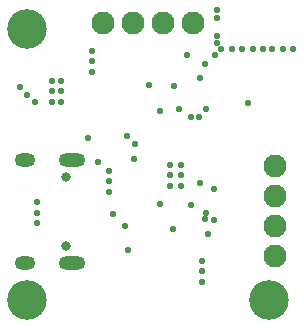
<source format=gbs>
G04*
G04 #@! TF.GenerationSoftware,Altium Limited,Altium Designer,21.0.8 (223)*
G04*
G04 Layer_Color=16711935*
%FSLAX25Y25*%
%MOIN*%
G70*
G04*
G04 #@! TF.SameCoordinates,482E8025-2E78-4A05-A4F1-2824EEF061A7*
G04*
G04*
G04 #@! TF.FilePolarity,Negative*
G04*
G01*
G75*
%ADD50O,0.08868X0.04537*%
%ADD51O,0.06899X0.04537*%
%ADD52C,0.03159*%
%ADD53C,0.07687*%
%ADD54C,0.02200*%
%ADD55C,0.13198*%
D50*
X23327Y54528D02*
D03*
Y20472D02*
D03*
D51*
X7579Y54528D02*
D03*
Y20472D02*
D03*
D52*
X21358Y26122D02*
D03*
Y48878D02*
D03*
D53*
X33622Y100394D02*
D03*
X43622D02*
D03*
X53622D02*
D03*
X63622D02*
D03*
X91000Y22500D02*
D03*
Y32500D02*
D03*
Y42500D02*
D03*
Y52500D02*
D03*
D54*
X37000Y36500D02*
D03*
X30000Y91000D02*
D03*
Y87500D02*
D03*
Y84000D02*
D03*
X66500Y21000D02*
D03*
Y17500D02*
D03*
Y14000D02*
D03*
X42000Y24500D02*
D03*
X67500Y86500D02*
D03*
X73000Y91500D02*
D03*
X71500Y93500D02*
D03*
Y104500D02*
D03*
Y102000D02*
D03*
Y96000D02*
D03*
X76500Y91500D02*
D03*
X80000D02*
D03*
X83500D02*
D03*
X87000D02*
D03*
X90000D02*
D03*
X93500D02*
D03*
X97000D02*
D03*
X10828Y73929D02*
D03*
X8354Y76404D02*
D03*
X5879Y78879D02*
D03*
X16500Y74000D02*
D03*
Y77500D02*
D03*
Y81000D02*
D03*
X19500Y74000D02*
D03*
Y77500D02*
D03*
Y81000D02*
D03*
X11500Y33500D02*
D03*
Y37000D02*
D03*
Y40500D02*
D03*
X35500Y44000D02*
D03*
Y47500D02*
D03*
Y51000D02*
D03*
X59500Y46000D02*
D03*
Y49500D02*
D03*
Y53000D02*
D03*
X56000Y46000D02*
D03*
Y49500D02*
D03*
Y53000D02*
D03*
X66000Y82000D02*
D03*
X65500Y68851D02*
D03*
X68000Y71500D02*
D03*
X62800Y39800D02*
D03*
Y68851D02*
D03*
X59000Y71500D02*
D03*
X82000Y73500D02*
D03*
X61500Y89500D02*
D03*
X71000D02*
D03*
X57219Y79290D02*
D03*
X32000Y54000D02*
D03*
X28500Y62000D02*
D03*
X68500Y30000D02*
D03*
X67449Y34974D02*
D03*
X68000Y37000D02*
D03*
X44226Y59886D02*
D03*
X44000Y55000D02*
D03*
X52500Y40000D02*
D03*
X41500Y62500D02*
D03*
X70500Y45000D02*
D03*
X65800Y47100D02*
D03*
X52500Y71000D02*
D03*
X57000Y31500D02*
D03*
X48760Y79706D02*
D03*
X41000Y32500D02*
D03*
X70500Y34500D02*
D03*
D55*
X88976Y7874D02*
D03*
X8268Y98425D02*
D03*
Y7874D02*
D03*
M02*

</source>
